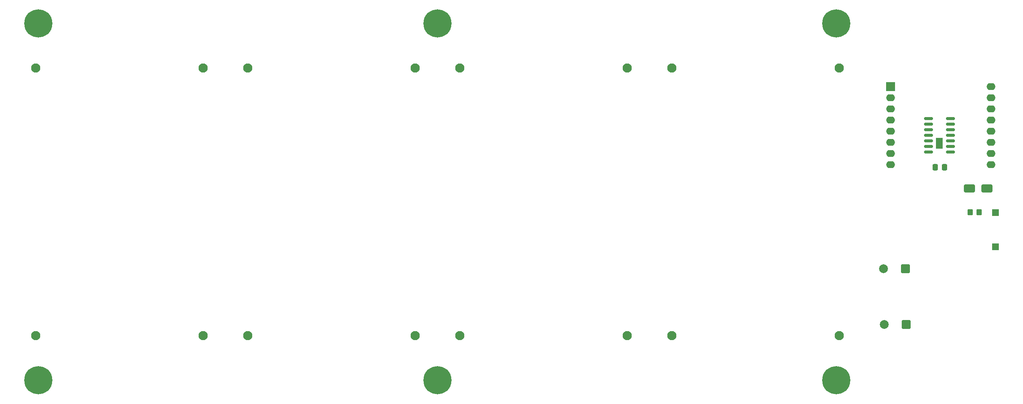
<source format=gbr>
%TF.GenerationSoftware,KiCad,Pcbnew,9.0.4*%
%TF.CreationDate,2025-08-31T21:09:01+02:00*%
%TF.ProjectId,n-teller-xl-diy,6e2d7465-6c6c-4657-922d-786c2d646979,1.0*%
%TF.SameCoordinates,Original*%
%TF.FileFunction,Soldermask,Top*%
%TF.FilePolarity,Negative*%
%FSLAX46Y46*%
G04 Gerber Fmt 4.6, Leading zero omitted, Abs format (unit mm)*
G04 Created by KiCad (PCBNEW 9.0.4) date 2025-08-31 21:09:01*
%MOMM*%
%LPD*%
G01*
G04 APERTURE LIST*
G04 Aperture macros list*
%AMRoundRect*
0 Rectangle with rounded corners*
0 $1 Rounding radius*
0 $2 $3 $4 $5 $6 $7 $8 $9 X,Y pos of 4 corners*
0 Add a 4 corners polygon primitive as box body*
4,1,4,$2,$3,$4,$5,$6,$7,$8,$9,$2,$3,0*
0 Add four circle primitives for the rounded corners*
1,1,$1+$1,$2,$3*
1,1,$1+$1,$4,$5*
1,1,$1+$1,$6,$7*
1,1,$1+$1,$8,$9*
0 Add four rect primitives between the rounded corners*
20,1,$1+$1,$2,$3,$4,$5,0*
20,1,$1+$1,$4,$5,$6,$7,0*
20,1,$1+$1,$6,$7,$8,$9,0*
20,1,$1+$1,$8,$9,$2,$3,0*%
%AMFreePoly0*
4,1,6,1.000000,0.000000,0.500000,-0.750000,-0.500000,-0.750000,-0.500000,0.750000,0.500000,0.750000,1.000000,0.000000,1.000000,0.000000,$1*%
%AMFreePoly1*
4,1,6,0.500000,-0.750000,-0.650000,-0.750000,-0.150000,0.000000,-0.650000,0.750000,0.500000,0.750000,0.500000,-0.750000,0.500000,-0.750000,$1*%
G04 Aperture macros list end*
%ADD10C,2.100000*%
%ADD11RoundRect,0.250000X1.000000X0.650000X-1.000000X0.650000X-1.000000X-0.650000X1.000000X-0.650000X0*%
%ADD12RoundRect,0.250000X0.750000X0.750000X-0.750000X0.750000X-0.750000X-0.750000X0.750000X-0.750000X0*%
%ADD13C,2.000000*%
%ADD14RoundRect,0.250000X0.350000X0.450000X-0.350000X0.450000X-0.350000X-0.450000X0.350000X-0.450000X0*%
%ADD15R,1.500000X1.500000*%
%ADD16C,0.800000*%
%ADD17C,6.400000*%
%ADD18R,2.000000X2.000000*%
%ADD19O,2.000000X1.600000*%
%ADD20RoundRect,0.150000X0.825000X0.150000X-0.825000X0.150000X-0.825000X-0.150000X0.825000X-0.150000X0*%
%ADD21RoundRect,0.250000X-0.337500X-0.475000X0.337500X-0.475000X0.337500X0.475000X-0.337500X0.475000X0*%
%ADD22FreePoly0,90.000000*%
%ADD23FreePoly1,90.000000*%
G04 APERTURE END LIST*
%TO.C,JP1*%
G36*
X113511000Y12147000D02*
G01*
X115011000Y12147000D01*
X115011000Y14597000D01*
X113511000Y14597000D01*
X113511000Y12147000D01*
G37*
%TD*%
D10*
%TO.C,M4*%
X-91440000Y30480000D03*
X-91440000Y-30480000D03*
X-53340000Y30480000D03*
X-53340000Y-30480000D03*
%TD*%
D11*
%TO.C,D5*%
X125111000Y3082313D03*
X121111000Y3082313D03*
%TD*%
D12*
%TO.C,C1*%
X106507677Y-15240000D03*
D13*
X101507677Y-15240000D03*
%TD*%
D14*
%TO.C,R1*%
X123279000Y-2363687D03*
X121279000Y-2363687D03*
%TD*%
D15*
%TO.C,SW1*%
X127000000Y-10219000D03*
X127000000Y-2419000D03*
%TD*%
D16*
%TO.C,H5*%
X-2400000Y-40640000D03*
X-1697056Y-38942944D03*
X-1697056Y-42337056D03*
X0Y-38240000D03*
D17*
X0Y-40640000D03*
D16*
X0Y-43040000D03*
X1697056Y-38942944D03*
X1697056Y-42337056D03*
X2400000Y-40640000D03*
%TD*%
D18*
%TO.C,U1*%
X103144000Y26307687D03*
D19*
X103144000Y23767687D03*
X103144000Y21227687D03*
X103144000Y18687687D03*
X103144000Y16147687D03*
X103144000Y13607687D03*
X103144000Y11067687D03*
X103144000Y8527687D03*
X126004000Y8527687D03*
X126004000Y11067687D03*
X126004000Y13607687D03*
X126004000Y16147687D03*
X126004000Y18687687D03*
X126004000Y21227687D03*
X126004000Y23767687D03*
X126004000Y26307687D03*
%TD*%
D10*
%TO.C,M2*%
X5080000Y30480000D03*
X5080000Y-30480000D03*
X43180000Y30480000D03*
X43180000Y-30480000D03*
%TD*%
D20*
%TO.C,U2*%
X116736000Y11397313D03*
X116736000Y12667313D03*
X116736000Y13937313D03*
X116736000Y15207313D03*
X116736000Y16477313D03*
X116736000Y17747313D03*
X116736000Y19017313D03*
X111786000Y19017313D03*
X111786000Y17747313D03*
X111786000Y16477313D03*
X111786000Y15207313D03*
X111786000Y13937313D03*
X111786000Y12667313D03*
X111786000Y11397313D03*
%TD*%
D16*
%TO.C,H3*%
X-93205000Y40640000D03*
X-92502056Y42337056D03*
X-92502056Y38942944D03*
X-90805000Y43040000D03*
D17*
X-90805000Y40640000D03*
D16*
X-90805000Y38240000D03*
X-89107944Y42337056D03*
X-89107944Y38942944D03*
X-88405000Y40640000D03*
%TD*%
D10*
%TO.C,M1*%
X53340000Y30480000D03*
X53340000Y-30480000D03*
X91440000Y30480000D03*
X91440000Y-30480000D03*
%TD*%
D12*
%TO.C,C2*%
X106680000Y-27940000D03*
D13*
X101680000Y-27940000D03*
%TD*%
D16*
%TO.C,H1*%
X88405000Y-40640000D03*
X89107944Y-38942944D03*
X89107944Y-42337056D03*
X90805000Y-38240000D03*
D17*
X90805000Y-40640000D03*
D16*
X90805000Y-43040000D03*
X92502056Y-38942944D03*
X92502056Y-42337056D03*
X93205000Y-40640000D03*
%TD*%
D21*
%TO.C,C18*%
X113326500Y7917687D03*
X115401500Y7917687D03*
%TD*%
D10*
%TO.C,M3*%
X-43180000Y30480000D03*
X-43180000Y-30480000D03*
X-5080000Y30480000D03*
X-5080000Y-30480000D03*
%TD*%
D16*
%TO.C,H2*%
X-93205000Y-40640000D03*
X-92502056Y-38942944D03*
X-92502056Y-42337056D03*
X-90805000Y-38240000D03*
D17*
X-90805000Y-40640000D03*
D16*
X-90805000Y-43040000D03*
X-89107944Y-38942944D03*
X-89107944Y-42337056D03*
X-88405000Y-40640000D03*
%TD*%
%TO.C,H6*%
X-2400000Y40640000D03*
X-1697056Y42337056D03*
X-1697056Y38942944D03*
X0Y43040000D03*
D17*
X0Y40640000D03*
D16*
X0Y38240000D03*
X1697056Y42337056D03*
X1697056Y38942944D03*
X2400000Y40640000D03*
%TD*%
D22*
%TO.C,JP1*%
X114261000Y12647000D03*
D23*
X114261000Y14097000D03*
%TD*%
D16*
%TO.C,H4*%
X88405000Y40640000D03*
X89107944Y42337056D03*
X89107944Y38942944D03*
X90805000Y43040000D03*
D17*
X90805000Y40640000D03*
D16*
X90805000Y38240000D03*
X92502056Y42337056D03*
X92502056Y38942944D03*
X93205000Y40640000D03*
%TD*%
M02*

</source>
